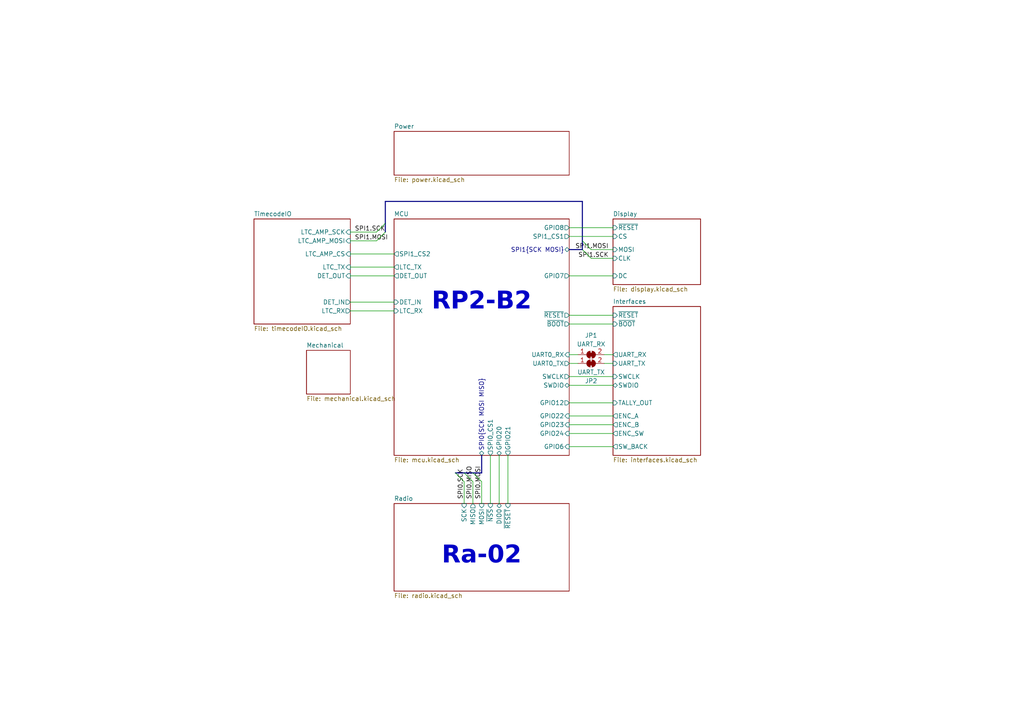
<source format=kicad_sch>
(kicad_sch (version 20231120) (generator "eeschema") (generator_version "8.0")
  (paper "A4")
  (lib_symbols
    (symbol "Jumper:SolderJumper_2_Bridged" (pin_names (offset 0) hide)
      (property "Reference" "JP" (at 0 2.032 0))
      (property "Value" "SolderJumper_2_Bridged" (at 0 -2.54 0))
      (symbol "SolderJumper_2_Bridged_0_1"
        (rectangle (start -0.508 0.508) (end 0.508 -0.508) (fill (type outline)))
        (arc (start -0.254 1.016) (mid -1.2656 0) (end -0.254 -1.016))
        (arc (start -0.254 1.016) (mid -1.2656 0) (end -0.254 -1.016) (fill (type outline)))
        (polyline (pts (xy -0.254 1.016) (xy -0.254 -1.016)))
        (polyline (pts (xy 0.254 1.016) (xy 0.254 -1.016)))
        (arc (start 0.254 -1.016) (mid 1.2656 0) (end 0.254 1.016))
        (arc (start 0.254 -1.016) (mid 1.2656 0) (end 0.254 1.016) (fill (type outline)))
      )
      (symbol "SolderJumper_2_Bridged_1_1"
        (pin passive line (at -3.81 0 0) (length 2.54) (name "A") (number "1"))
        (pin passive line (at 3.81 0 180) (length 2.54) (name "B") (number "2"))
      )
    )
  )
  (bus_entry (at 111.76 64.77) (size -2.54 2.54))
  (bus_entry (at 171.45 74.93) (size -2.54 -2.54))
  (bus_entry (at 134.62 139.7) (size -2.54 -2.54))
  (bus_entry (at 111.76 67.31) (size -2.54 2.54))
  (bus_entry (at 137.16 139.7) (size -2.54 -2.54))
  (bus_entry (at 171.45 72.39) (size -2.54 -2.54))
  (bus_entry (at 139.7 139.7) (size -2.54 -2.54))
  (wire (pts (xy 165.1 102.87) (xy 167.64 102.87)))
  (bus (pts (xy 111.76 58.42) (xy 168.91 58.42)))
  (wire (pts (xy 165.1 116.84) (xy 177.8 116.84)))
  (wire (pts (xy 101.6 67.31) (xy 109.22 67.31)))
  (wire (pts (xy 137.16 139.7) (xy 137.16 146.05)))
  (wire (pts (xy 171.45 72.39) (xy 177.8 72.39)))
  (wire (pts (xy 165.1 120.65) (xy 177.8 120.65)))
  (bus (pts (xy 139.7 132.08) (xy 139.7 137.16)))
  (wire (pts (xy 165.1 93.98) (xy 177.8 93.98)))
  (wire (pts (xy 165.1 66.04) (xy 177.8 66.04)))
  (wire (pts (xy 165.1 68.58) (xy 177.8 68.58)))
  (bus (pts (xy 168.91 58.42) (xy 168.91 69.85)))
  (wire (pts (xy 165.1 105.41) (xy 167.64 105.41)))
  (wire (pts (xy 139.7 146.05) (xy 139.7 139.7)))
  (wire (pts (xy 134.62 139.7) (xy 134.62 146.05)))
  (wire (pts (xy 175.26 105.41) (xy 177.8 105.41)))
  (wire (pts (xy 165.1 111.76) (xy 177.8 111.76)))
  (wire (pts (xy 165.1 109.22) (xy 177.8 109.22)))
  (wire (pts (xy 165.1 125.73) (xy 177.8 125.73)))
  (bus (pts (xy 111.76 58.42) (xy 111.76 64.77)))
  (bus (pts (xy 132.08 137.16) (xy 134.62 137.16)))
  (bus (pts (xy 165.1 72.39) (xy 168.91 72.39)))
  (bus (pts (xy 134.62 137.16) (xy 137.16 137.16)))
  (wire (pts (xy 165.1 129.54) (xy 177.8 129.54)))
  (wire (pts (xy 101.6 87.63) (xy 114.3 87.63)))
  (wire (pts (xy 175.26 102.87) (xy 177.8 102.87)))
  (bus (pts (xy 137.16 137.16) (xy 139.7 137.16)))
  (wire (pts (xy 142.24 132.08) (xy 142.24 146.05)))
  (wire (pts (xy 147.32 132.08) (xy 147.32 146.05)))
  (wire (pts (xy 101.6 77.47) (xy 114.3 77.47)))
  (wire (pts (xy 101.6 80.01) (xy 114.3 80.01)))
  (wire (pts (xy 165.1 123.19) (xy 177.8 123.19)))
  (bus (pts (xy 168.91 72.39) (xy 168.91 69.85)))
  (bus (pts (xy 111.76 64.77) (xy 111.76 67.31)))
  (wire (pts (xy 144.78 132.08) (xy 144.78 146.05)))
  (wire (pts (xy 165.1 80.01) (xy 177.8 80.01)))
  (wire (pts (xy 171.45 74.93) (xy 177.8 74.93)))
  (wire (pts (xy 101.6 90.17) (xy 114.3 90.17)))
  (wire (pts (xy 101.6 73.66) (xy 114.3 73.66)))
  (wire (pts (xy 165.1 91.44) (xy 177.8 91.44)))
  (wire (pts (xy 101.6 69.85) (xy 109.22 69.85)))
  (text "RP2-B2" (at 139.7 88.9 0) (effects (font (size 5.08 5.08) (thickness 0.254) (bold yes))))
  (text "Ra-02" (at 139.7 162.56 0) (effects (font (size 5.08 5.08) (thickness 0.254) (bold yes))))
  (label "SPI1.MOSI" (at 176.53 72.39 180))
  (label "SPI1.SCK" (at 176.53 74.93 180))
  (label "SPI0.MISO" (at 137.16 144.78 90))
  (label "SPI0.SCK" (at 134.62 144.78 90))
  (label "SPI1.MOSI" (at 102.87 69.85 0))
  (label "SPI0.MOSI" (at 139.7 144.78 90))
  (label "SPI1.SCK" (at 102.87 67.31 0))
  (symbol (lib_id "Jumper:SolderJumper_2_Bridged") (at 171.45 105.41 0) (mirror x) (unit 1)
    (property "Reference" "JP2" (at 171.45 110.49 0))
    (property "Value" "UART_TX" (at 171.45 107.95 0))
    (property "Footprint" "Jumper:SolderJumper-2_P1.3mm_Bridged_Pad1.0x1.5mm" (effects (hide yes)))
    (property "Description" "Solder Jumper, 2-pole, closed/bridged" (effects (hide yes)))
  )
  (symbol (lib_id "Jumper:SolderJumper_2_Bridged") (at 171.45 102.87 0) (unit 1)
    (property "Reference" "JP1" (at 171.45 97.282 0))
    (property "Value" "UART_RX" (at 171.45 99.822 0))
    (property "Footprint" "Jumper:SolderJumper-2_P1.3mm_Bridged_Pad1.0x1.5mm" (effects (hide yes)))
    (property "Description" "Solder Jumper, 2-pole, closed/bridged" (effects (hide yes)))
  )
  (sheet (at 114.3 63.5) (size 50.8 68.58) (stroke (width 0.1524))
    (property "Sheetname" "MCU" (at 114.3 62.7884 0) (effects (justify left bottom)))
    (property "Sheetfile" "mcu.kicad_sch" (at 114.3 132.6646 0) (effects (justify left top)))
    (pin "SWCLK" output (at 165.1 109.22 0))
    (pin "SWDIO" bidirectional (at 165.1 111.76 0))
    (pin "~{RESET}" output (at 165.1 91.44 0))
    (pin "UART0_TX" output (at 165.1 105.41 0))
    (pin "UART0_RX" input (at 165.1 102.87 0))
    (pin "~{BOOT}" output (at 165.1 93.98 0))
    (pin "GPIO20" bidirectional (at 144.78 132.08 270))
    (pin "GPIO21" output (at 147.32 132.08 270))
    (pin "GPIO8" output (at 165.1 66.04 0))
    (pin "GPIO7" output (at 165.1 80.01 0))
    (pin "SPI1_CS2" output (at 114.3 73.66 180))
    (pin "SPI1_CS1" output (at 165.1 68.58 0))
    (pin "SPI0_CS1" output (at 142.24 132.08 270))
    (pin "LTC_TX" output (at 114.3 77.47 180))
    (pin "LTC_RX" input (at 114.3 90.17 180))
    (pin "DET_IN" input (at 114.3 87.63 180))
    (pin "DET_OUT" output (at 114.3 80.01 180))
    (pin "SPI1{SCK MOSI}" bidirectional (at 165.1 72.39 0))
    (pin "SPI0{SCK MOSI MISO}" bidirectional (at 139.7 132.08 270))
    (pin "GPIO23" input (at 165.1 123.19 0))
    (pin "GPIO22" input (at 165.1 120.65 0))
    (pin "GPIO24" input (at 165.1 125.73 0))
    (pin "GPIO6" input (at 165.1 129.54 0))
    (pin "GPIO12" output (at 165.1 116.84 0))
  )
  (sheet (at 88.9 101.6) (size 12.7 12.7) (stroke (width 0.1524))
    (property "Sheetname" "Mechanical" (at 88.9 100.8884 0) (effects (justify left bottom)))
    (property "Sheetfile" "mechanical.kicad_sch" (at 88.9 114.8846 0) (effects (justify left top)))
  )
  (sheet (at 114.3 146.05) (size 50.8 25.4) (stroke (width 0.1524))
    (property "Sheetname" "Radio" (at 114.3 145.3384 0) (effects (justify left bottom)))
    (property "Sheetfile" "radio.kicad_sch" (at 114.3 172.0346 0) (effects (justify left top)))
    (pin "MISO" output (at 137.16 146.05 90))
    (pin "~{RESET}" input (at 147.32 146.05 90))
    (pin "~{NSS}" input (at 142.24 146.05 90))
    (pin "SCK" input (at 134.62 146.05 90))
    (pin "MOSI" input (at 139.7 146.05 90))
    (pin "DIO0" bidirectional (at 144.78 146.05 90))
  )
  (sheet (at 73.66 63.5) (size 27.94 30.48) (stroke (width 0.1524))
    (property "Sheetname" "TimecodeIO" (at 73.66 62.7884 0) (effects (justify left bottom)))
    (property "Sheetfile" "timecodeIO.kicad_sch" (at 73.66 94.5646 0) (effects (justify left top)))
    (pin "LTC_AMP_CS" input (at 101.6 73.66 0))
    (pin "LTC_AMP_MOSI" input (at 101.6 69.85 0))
    (pin "LTC_AMP_SCK" input (at 101.6 67.31 0))
    (pin "DET_OUT" input (at 101.6 80.01 0))
    (pin "LTC_RX" output (at 101.6 90.17 0))
    (pin "LTC_TX" input (at 101.6 77.47 0))
    (pin "DET_IN" output (at 101.6 87.63 0))
  )
  (sheet (at 177.8 63.5) (size 25.4 19.05) (stroke (width 0.1524))
    (property "Sheetname" "Display" (at 177.8 62.7884 0) (effects (justify left bottom)))
    (property "Sheetfile" "display.kicad_sch" (at 177.8 83.1346 0) (effects (justify left top)))
    (pin "~{RESET}" input (at 177.8 66.04 180))
    (pin "CS" input (at 177.8 68.58 180))
    (pin "DC" input (at 177.8 80.01 180))
    (pin "CLK" input (at 177.8 74.93 180))
    (pin "MOSI" input (at 177.8 72.39 180))
  )
  (sheet (at 177.8 88.9) (size 25.4 43.18) (stroke (width 0.1524))
    (property "Sheetname" "Interfaces" (at 177.8 88.1884 0) (effects (justify left bottom)))
    (property "Sheetfile" "interfaces.kicad_sch" (at 177.8 132.6646 0) (effects (justify left top)))
    (pin "SWDIO" bidirectional (at 177.8 111.76 180))
    (pin "SWCLK" input (at 177.8 109.22 180))
    (pin "UART_TX" input (at 177.8 105.41 180))
    (pin "UART_RX" output (at 177.8 102.87 180))
    (pin "~{BOOT}" input (at 177.8 93.98 180))
    (pin "~{RESET}" input (at 177.8 91.44 180))
    (pin "ENC_B" output (at 177.8 123.19 180))
    (pin "SW_BACK" output (at 177.8 129.54 180))
    (pin "ENC_SW" output (at 177.8 125.73 180))
    (pin "ENC_A" output (at 177.8 120.65 180))
    (pin "TALLY_OUT" input (at 177.8 116.84 180))
  )
  (sheet (at 114.3 38.1) (size 50.8 12.7) (stroke (width 0.1524))
    (property "Sheetname" "Power" (at 114.3 37.3884 0) (effects (justify left bottom)))
    (property "Sheetfile" "power.kicad_sch" (at 114.3 51.3846 0) (effects (justify left top)))
  )
)
</source>
